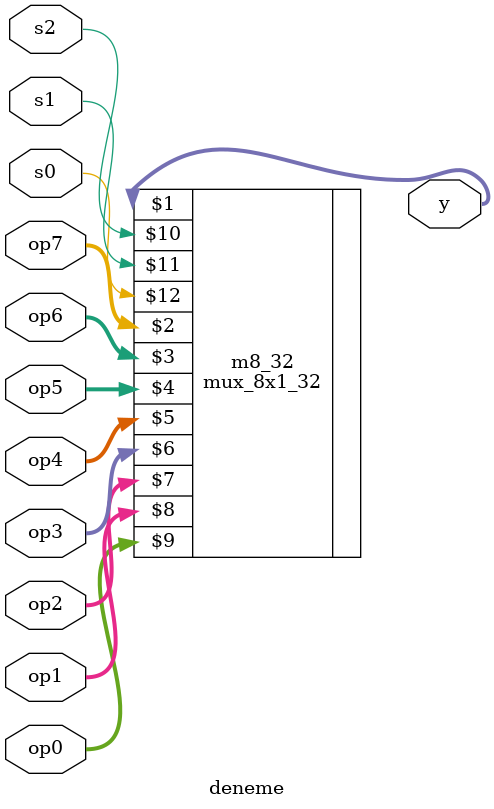
<source format=v>
module deneme(y, op7, op6, op5, op4, op3, op2, op1, op0, s2, s1, s0);
input [31:0] op7, op6, op5, op4, op3, op2, op1, op0;
input s2,s1,s0;
output [31:0]y;

mux_8x1_32 	m8_32(y, op7, op6, op5, op4, op3, op2, op1, op0, s2,s1,s0);
				


endmodule

</source>
